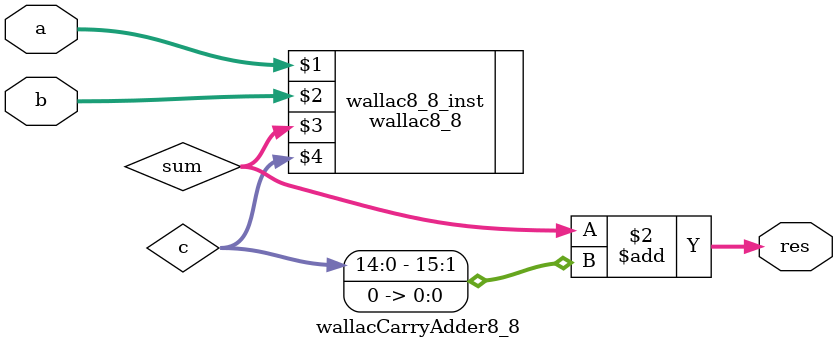
<source format=v>
`timescale 1ns / 1ps

module wallacCarryAdder8_8(
    input [7:0]a,b,
    output [15:0]res
);
    wire [15:0]sum,c;
    assign res=sum+(c<<1);
    wallac8_8  wallac8_8_inst (
        a,b,sum,c
    );
endmodule

</source>
